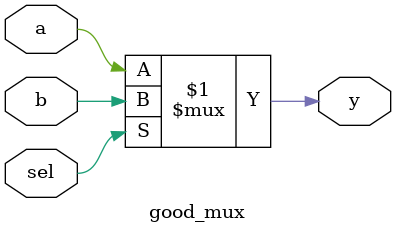
<source format=v>
module good_mux (
    input a,
    input b,
    input sel,
    output y
);
    assign y = sel ? b : a;
endmodule


</source>
